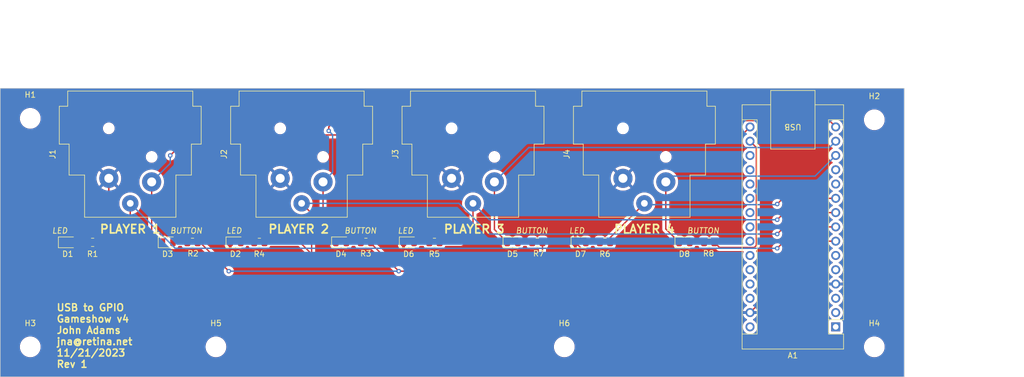
<source format=kicad_pcb>
(kicad_pcb (version 20221018) (generator pcbnew)
  (layers (0 "F.Cu" signal) (31 "B.Cu" signal) (34 "B.Paste" user) (35 "F.Paste" user) (36 "B.SilkS" user "B.Silkscreen") (37 "F.SilkS" user "F.Silkscreen") (38 "B.Mask" user) (39 "F.Mask" user) (44 "Edge.Cuts" user))
  (net 0 "")
  (net 4 "GND")
  (net 7 "P1_LED")
  (net 8 "P2_LED")
  (net 9 "P3_LED")
  (net 10 "P4_LED")
  (net 17 "+3V3")
  (net 19 "P1_SW")
  (net 20 "P2_SW")
  (net 21 "P3_SW")
  (net 22 "P4_SW")
  (net 30 "Net-(D1-A)")
  (net 31 "Net-(D2-A)")
  (net 32 "Net-(D3-A)")
  (net 33 "Net-(D4-A)")
  (net 34 "Net-(D5-A)")
  (net 35 "Net-(D6-A)")
  (net 36 "Net-(D7-A)")
  (net 37 "Net-(D8-A)")
  (footprint "Resistor_SMD:R_0805_2012Metric" (layer "F.Cu") (at 195.6835 81.235 180)
    (fp_text reference "R8" (at 0.115 -1.994) (layer "F.SilkS"))
    (fp_text value "68")
    (fp_line (start -0.227064 -0.735) (end 0.227064 -0.735) (stroke (width 0.12)) (layer "F.SilkS"))
    (fp_line (start -0.227064 0.735) (end 0.227064 0.735) (stroke (width 0.12)) (layer "F.SilkS"))
    (pad "1" smd roundrect (at -0.9125 0 180) (size 1.025 1.4) (layers "F.Cu" "F.Paste" "F.Mask") (roundrect_rratio 0.243902439) (net 17 "+3V3"))
    (pad "2" smd roundrect (at 0.9125 0 180) (size 1.025 1.4) (layers "F.Cu" "F.Paste" "F.Mask") (roundrect_rratio 0.243902439) (net 37 "Net-(D8-A)"))
  )
  (footprint "MountingHole:MountingHole_3.2mm_M3" (layer "F.Cu") (at 225.044 99.822)
    (fp_text reference "H4" (at 0 -4.2) (layer "F.SilkS"))
    (fp_text value "MountingHole")
    (pad "" np_thru_hole circle (at 0 0) (size 3.2 3.2) (drill 3.2) (layers "*.Cu" "*.Mask"))
  )
  (footprint "LED_SMD:LED_0805_2012Metric" (layer "F.Cu") (at 130.21 81.235)
    (fp_text reference "D4" (at -0.0115 2.077) (layer "F.SilkS"))
    (fp_text value "LED")
    (fp_line (start -1.685 -0.96) (end -1.685 0.96) (stroke (width 0.12)) (layer "F.SilkS"))
    (fp_line (start -1.685 0.96) (end 1 0.96) (stroke (width 0.12)) (layer "F.SilkS"))
    (fp_line (start 1 -0.96) (end -1.685 -0.96) (stroke (width 0.12)) (layer "F.SilkS"))
    (pad "1" smd roundrect (at -0.9375 0) (size 0.975 1.4) (layers "F.Cu" "F.Paste" "F.Mask") (net 20 "P2_SW"))
    (pad "2" smd roundrect (at 0.9375 0) (size 0.975 1.4) (layers "F.Cu" "F.Paste" "F.Mask") (net 33 "Net-(D4-A)"))
  )
  (footprint "LED_SMD:LED_0805_2012Metric" (layer "F.Cu") (at 191.2735 81.235)
    (fp_text reference "D8" (at -0.0115 2.077) (layer "F.SilkS"))
    (fp_text value "LED")
    (fp_line (start -1.685 -0.96) (end -1.685 0.96) (stroke (width 0.12)) (layer "F.SilkS"))
    (fp_line (start -1.685 0.96) (end 1 0.96) (stroke (width 0.12)) (layer "F.SilkS"))
    (fp_line (start 1 -0.96) (end -1.685 -0.96) (stroke (width 0.12)) (layer "F.SilkS"))
    (pad "1" smd roundrect (at -0.9375 0) (size 0.975 1.4) (layers "F.Cu" "F.Paste" "F.Mask") (net 22 "P4_SW"))
    (pad "2" smd roundrect (at 0.9375 0) (size 0.975 1.4) (layers "F.Cu" "F.Paste" "F.Mask") (net 37 "Net-(D8-A)"))
  )
  (footprint "Module:Arduino_Nano" (layer "F.Cu") (at 218.176 96.266 180)
    (fp_text reference "A1" (at 7.62 -5.08) (layer "F.SilkS"))
    (fp_text value "Arduino_Nano_v3.x")
    (fp_text user "USB" (at 7.62 35.56 180 unlocked) (layer "F.SilkS"))
    (fp_line (start -1.4 -3.94) (end -1.4 -1.27) (stroke (width 0.12)) (layer "F.SilkS"))
    (fp_line (start -1.4 1.27) (end -1.4 39.5) (stroke (width 0.12)) (layer "F.SilkS"))
    (fp_line (start -1.4 39.5) (end 3.68 39.5) (stroke (width 0.12)) (layer "F.SilkS"))
    (fp_line (start 1.27 -1.27) (end -1.4 -1.27) (stroke (width 0.12)) (layer "F.SilkS"))
    (fp_line (start 1.27 1.27) (end -1.4 1.27) (stroke (width 0.12)) (layer "F.SilkS"))
    (fp_line (start 1.27 1.27) (end 1.27 -1.27) (stroke (width 0.12)) (layer "F.SilkS"))
    (fp_line (start 1.27 1.27) (end 1.27 36.83) (stroke (width 0.12)) (layer "F.SilkS"))
    (fp_line (start 1.27 36.83) (end -1.4 36.83) (stroke (width 0.12)) (layer "F.SilkS"))
    (fp_line (start 3.68 31.62) (end 11.56 31.62) (stroke (width 0.12)) (layer "F.SilkS"))
    (fp_line (start 3.68 42.04) (end 3.68 31.62) (stroke (width 0.12)) (layer "F.SilkS"))
    (fp_line (start 11.56 31.62) (end 11.56 42.04) (stroke (width 0.12)) (layer "F.SilkS"))
    (fp_line (start 11.56 42.04) (end 3.68 42.04) (stroke (width 0.12)) (layer "F.SilkS"))
    (fp_line (start 13.97 -1.27) (end 13.97 36.83) (stroke (width 0.12)) (layer "F.SilkS"))
    (fp_line (start 13.97 -1.27) (end 16.64 -1.27) (stroke (width 0.12)) (layer "F.SilkS"))
    (fp_line (start 13.97 36.83) (end 16.64 36.83) (stroke (width 0.12)) (layer "F.SilkS"))
    (fp_line (start 16.64 -3.94) (end -1.4 -3.94) (stroke (width 0.12)) (layer "F.SilkS"))
    (fp_line (start 16.64 39.5) (end 11.56 39.5) (stroke (width 0.12)) (layer "F.SilkS"))
    (fp_line (start 16.64 39.5) (end 16.64 -3.94) (stroke (width 0.12)) (layer "F.SilkS"))
    (pad "1" thru_hole rect (at 0 0 180) (size 1.6 1.6) (drill 1) (layers "*.Cu" "*.Mask"))
    (pad "2" thru_hole oval (at 0 2.54 180) (size 1.6 1.6) (drill 1) (layers "*.Cu" "*.Mask"))
    (pad "3" thru_hole oval (at 0 5.08 180) (size 1.6 1.6) (drill 1) (layers "*.Cu" "*.Mask"))
    (pad "4" thru_hole oval (at 0 7.62 180) (size 1.6 1.6) (drill 1) (layers "*.Cu" "*.Mask") (net 4 "GND"))
    (pad "5" thru_hole oval (at 0 10.16 180) (size 1.6 1.6) (drill 1) (layers "*.Cu" "*.Mask"))
    (pad "6" thru_hole oval (at 0 12.7 180) (size 1.6 1.6) (drill 1) (layers "*.Cu" "*.Mask"))
    (pad "7" thru_hole oval (at 0 15.24 180) (size 1.6 1.6) (drill 1) (layers "*.Cu" "*.Mask") (net 7 "P1_LED"))
    (pad "8" thru_hole oval (at 0 17.78 180) (size 1.6 1.6) (drill 1) (layers "*.Cu" "*.Mask") (net 8 "P2_LED"))
    (pad "9" thru_hole oval (at 0 20.32 180) (size 1.6 1.6) (drill 1) (layers "*.Cu" "*.Mask") (net 9 "P3_LED"))
    (pad "10" thru_hole oval (at 0 22.86 180) (size 1.6 1.6) (drill 1) (layers "*.Cu" "*.Mask") (net 10 "P4_LED"))
    (pad "11" thru_hole oval (at 0 25.4 180) (size 1.6 1.6) (drill 1) (layers "*.Cu" "*.Mask"))
    (pad "12" thru_hole oval (at 0 27.94 180) (size 1.6 1.6) (drill 1) (layers "*.Cu" "*.Mask"))
    (pad "13" thru_hole oval (at 0 30.48 180) (size 1.6 1.6) (drill 1) (layers "*.Cu" "*.Mask") (net 22 "P4_SW"))
    (pad "14" thru_hole oval (at 0 33.02 180) (size 1.6 1.6) (drill 1) (layers "*.Cu" "*.Mask") (net 21 "P3_SW"))
    (pad "15" thru_hole oval (at 0 35.56 180) (size 1.6 1.6) (drill 1) (layers "*.Cu" "*.Mask") (net 20 "P2_SW"))
    (pad "16" thru_hole oval (at 15.24 35.56 180) (size 1.6 1.6) (drill 1) (layers "*.Cu" "*.Mask") (net 19 "P1_SW"))
    (pad "17" thru_hole oval (at 15.24 33.02 180) (size 1.6 1.6) (drill 1) (layers "*.Cu" "*.Mask") (net 17 "+3V3"))
    (pad "18" thru_hole oval (at 15.24 30.48 180) (size 1.6 1.6) (drill 1) (layers "*.Cu" "*.Mask"))
    (pad "19" thru_hole oval (at 15.24 27.94 180) (size 1.6 1.6) (drill 1) (layers "*.Cu" "*.Mask"))
    (pad "20" thru_hole oval (at 15.24 25.4 180) (size 1.6 1.6) (drill 1) (layers "*.Cu" "*.Mask"))
    (pad "21" thru_hole oval (at 15.24 22.86 180) (size 1.6 1.6) (drill 1) (layers "*.Cu" "*.Mask"))
    (pad "22" thru_hole oval (at 15.24 20.32 180) (size 1.6 1.6) (drill 1) (layers "*.Cu" "*.Mask"))
    (pad "23" thru_hole oval (at 15.24 17.78 180) (size 1.6 1.6) (drill 1) (layers "*.Cu" "*.Mask"))
    (pad "24" thru_hole oval (at 15.24 15.24 180) (size 1.6 1.6) (drill 1) (layers "*.Cu" "*.Mask"))
    (pad "25" thru_hole oval (at 15.24 12.7 180) (size 1.6 1.6) (drill 1) (layers "*.Cu" "*.Mask"))
    (pad "26" thru_hole oval (at 15.24 10.16 180) (size 1.6 1.6) (drill 1) (layers "*.Cu" "*.Mask"))
    (pad "27" thru_hole oval (at 15.24 7.62 180) (size 1.6 1.6) (drill 1) (layers "*.Cu" "*.Mask"))
    (pad "28" thru_hole oval (at 15.24 5.08 180) (size 1.6 1.6) (drill 1) (layers "*.Cu" "*.Mask"))
    (pad "29" thru_hole oval (at 15.24 2.54 180) (size 1.6 1.6) (drill 1) (layers "*.Cu" "*.Mask") (net 4 "GND"))
    (pad "30" thru_hole oval (at 15.24 0 180) (size 1.6 1.6) (drill 1) (layers "*.Cu" "*.Mask"))
  )
  (footprint "Connector_Audio:Jack_XLR_Neutrik_NC3FAAH_Horizontal" (layer "F.Cu") (at 149.86 69.85 90)
    (fp_text reference "J3" (at 4.3 -10 90) (layer "F.SilkS"))
    (fp_text value "NC3FAAH")
    (fp_line (start -6.92 -4.31) (end -6.92 11.93) (stroke (width 0.12)) (layer "F.SilkS"))
    (fp_line (start 0.58 -7.06) (end 0.58 -4.31) (stroke (width 0.12)) (layer "F.SilkS"))
    (fp_line (start 0.58 -4.31) (end -6.92 -4.31) (stroke (width 0.12)) (layer "F.SilkS"))
    (fp_line (start 0.58 11.93) (end -6.92 11.93) (stroke (width 0.12)) (layer "F.SilkS"))
    (fp_line (start 0.58 11.93) (end 0.58 14.68) (stroke (width 0.12)) (layer "F.SilkS"))
    (fp_line (start 6.08 -7.06) (end 0.58 -7.06) (stroke (width 0.12)) (layer "F.SilkS"))
    (fp_line (start 6.08 -7.06) (end 6.08 -8.81) (stroke (width 0.12)) (layer "F.SilkS"))
    (fp_line (start 6.08 14.68) (end 0.58 14.68) (stroke (width 0.12)) (layer "F.SilkS"))
    (fp_line (start 6.08 16.43) (end 6.08 14.68) (stroke (width 0.12)) (layer "F.SilkS"))
    (fp_line (start 12.82 -8.81) (end 6.08 -8.81) (stroke (width 0.12)) (layer "F.SilkS"))
    (fp_line (start 12.82 -8.81) (end 12.82 -7.31) (stroke (width 0.12)) (layer "F.SilkS"))
    (fp_line (start 12.82 -7.31) (end 15.52 -7.31) (stroke (width 0.12)) (layer "F.SilkS"))
    (fp_line (start 12.82 14.93) (end 12.82 16.43) (stroke (width 0.12)) (layer "F.SilkS"))
    (fp_line (start 12.82 14.93) (end 15.52 14.93) (stroke (width 0.12)) (layer "F.SilkS"))
    (fp_line (start 12.82 16.43) (end 6.08 16.43) (stroke (width 0.12)) (layer "F.SilkS"))
    (fp_line (start 15.52 -7.31) (end 15.52 14.93) (stroke (width 0.12)) (layer "F.SilkS"))
    (pad "" np_thru_hole circle (at 3.81 7.62 90) (size 1.6 1.6) (drill 1.6) (layers "*.Cu" "*.Mask"))
    (pad "" np_thru_hole circle (at 8.89 0 90) (size 1.6 1.6) (drill 1.6) (layers "*.Cu" "*.Mask"))
    (pad "1" thru_hole circle (at 0 0 90) (size 3.4 3.4) (drill 1.6) (layers "*.Cu" "*.Mask") (net 4 "GND"))
    (pad "2" thru_hole circle (at -0.635 7.62 90) (size 3.4 3.4) (drill 1.6) (layers "*.Cu" "*.Mask") (net 21 "P3_SW"))
    (pad "3" thru_hole circle (at -4.45 3.81 90) (size 2.9 2.9) (drill 1.2) (layers "*.Cu" "*.Mask") (net 9 "P3_LED"))
  )
  (footprint "MountingHole:MountingHole_3.2mm_M3" (layer "F.Cu") (at 107.95 99.822)
    (fp_text reference "H5" (at 0 -4.2) (layer "F.SilkS"))
    (fp_text value "MountingHole")
    (pad "" np_thru_hole circle (at 0 0) (size 3.2 3.2) (drill 3.2) (layers "*.Cu" "*.Mask"))
  )
  (footprint "LED_SMD:LED_0805_2012Metric" (layer "F.Cu") (at 142.2515 81.235)
    (fp_text reference "D6" (at -0.0115 2.077) (layer "F.SilkS"))
    (fp_text value "LED")
    (fp_line (start -1.685 -0.96) (end -1.685 0.96) (stroke (width 0.12)) (layer "F.SilkS"))
    (fp_line (start -1.685 0.96) (end 1 0.96) (stroke (width 0.12)) (layer "F.SilkS"))
    (fp_line (start 1 -0.96) (end -1.685 -0.96) (stroke (width 0.12)) (layer "F.SilkS"))
    (pad "1" smd roundrect (at -0.9375 0) (size 0.975 1.4) (layers "F.Cu" "F.Paste" "F.Mask") (net 4 "GND"))
    (pad "2" smd roundrect (at 0.9375 0) (size 0.975 1.4) (layers "F.Cu" "F.Paste" "F.Mask") (net 35 "Net-(D6-A)"))
  )
  (footprint "Resistor_SMD:R_0805_2012Metric" (layer "F.Cu") (at 115.6735 81.235)
    (fp_text reference "R4" (at -0.0115 2.077) (layer "F.SilkS"))
    (fp_text value "68")
    (fp_line (start -0.227064 -0.735) (end 0.227064 -0.735) (stroke (width 0.12)) (layer "F.SilkS"))
    (fp_line (start -0.227064 0.735) (end 0.227064 0.735) (stroke (width 0.12)) (layer "F.SilkS"))
    (pad "1" smd roundrect (at -0.9125 0) (size 1.025 1.4) (layers "F.Cu" "F.Paste" "F.Mask") (roundrect_rratio 0.243902439) (net 31 "Net-(D2-A)"))
    (pad "2" smd roundrect (at 0.9125 0) (size 1.025 1.4) (layers "F.Cu" "F.Paste" "F.Mask") (roundrect_rratio 0.243902439) (net 8 "P2_LED"))
  )
  (footprint "Resistor_SMD:R_0805_2012Metric" (layer "F.Cu") (at 146.812 81.235)
    (fp_text reference "R5" (at -0.0115 2.077) (layer "F.SilkS"))
    (fp_text value "68")
    (fp_line (start -0.227064 -0.735) (end 0.227064 -0.735) (stroke (width 0.12)) (layer "F.SilkS"))
    (fp_line (start -0.227064 0.735) (end 0.227064 0.735) (stroke (width 0.12)) (layer "F.SilkS"))
    (pad "1" smd roundrect (at -0.9125 0) (size 1.025 1.4) (layers "F.Cu" "F.Paste" "F.Mask") (roundrect_rratio 0.243902439) (net 35 "Net-(D6-A)"))
    (pad "2" smd roundrect (at 0.9125 0) (size 1.025 1.4) (layers "F.Cu" "F.Paste" "F.Mask") (roundrect_rratio 0.243902439) (net 9 "P3_LED"))
  )
  (footprint "LED_SMD:LED_0805_2012Metric" (layer "F.Cu") (at 111.4275 81.235)
    (fp_text reference "D2" (at -0.0115 2.077) (layer "F.SilkS"))
    (fp_text value "LED")
    (fp_line (start -1.685 -0.96) (end -1.685 0.96) (stroke (width 0.12)) (layer "F.SilkS"))
    (fp_line (start -1.685 0.96) (end 1 0.96) (stroke (width 0.12)) (layer "F.SilkS"))
    (fp_line (start 1 -0.96) (end -1.685 -0.96) (stroke (width 0.12)) (layer "F.SilkS"))
    (pad "1" smd roundrect (at -0.9375 0) (size 0.975 1.4) (layers "F.Cu" "F.Paste" "F.Mask") (net 4 "GND"))
    (pad "2" smd roundrect (at 0.9375 0) (size 0.975 1.4) (layers "F.Cu" "F.Paste" "F.Mask") (net 31 "Net-(D2-A)"))
  )
  (footprint "Resistor_SMD:R_0805_2012Metric" (layer "F.Cu") (at 103.7825 81.235 180)
    (fp_text reference "R2" (at -0.092 -1.994) (layer "F.SilkS"))
    (fp_text value "68")
    (fp_line (start -0.227064 -0.735) (end 0.227064 -0.735) (stroke (width 0.12)) (layer "F.SilkS"))
    (fp_line (start -0.227064 0.735) (end 0.227064 0.735) (stroke (width 0.12)) (layer "F.SilkS"))
    (pad "1" smd roundrect (at -0.9125 0 180) (size 1.025 1.4) (layers "F.Cu" "F.Paste" "F.Mask") (roundrect_rratio 0.243902439) (net 17 "+3V3"))
    (pad "2" smd roundrect (at 0.9125 0 180) (size 1.025 1.4) (layers "F.Cu" "F.Paste" "F.Mask") (roundrect_rratio 0.243902439) (net 32 "Net-(D3-A)"))
  )
  (footprint "Resistor_SMD:R_0805_2012Metric" (layer "F.Cu") (at 177.1415 81.235)
    (fp_text reference "R6" (at -0.0115 2.077) (layer "F.SilkS"))
    (fp_text value "68")
    (fp_line (start -0.227064 -0.735) (end 0.227064 -0.735) (stroke (width 0.12)) (layer "F.SilkS"))
    (fp_line (start -0.227064 0.735) (end 0.227064 0.735) (stroke (width 0.12)) (layer "F.SilkS"))
    (pad "1" smd roundrect (at -0.9125 0) (size 1.025 1.4) (layers "F.Cu" "F.Paste" "F.Mask") (roundrect_rratio 0.243902439) (net 36 "Net-(D7-A)"))
    (pad "2" smd roundrect (at 0.9125 0) (size 1.025 1.4) (layers "F.Cu" "F.Paste" "F.Mask") (roundrect_rratio 0.243902439) (net 10 "P4_LED"))
  )
  (footprint "Connector_Audio:Jack_XLR_Neutrik_NC3FAAH_Horizontal" (layer "F.Cu") (at 88.9 69.85 90)
    (fp_text reference "J1" (at 4.3 -10 90) (layer "F.SilkS"))
    (fp_text value "NC3FAAH")
    (fp_line (start -6.92 -4.31) (end -6.92 11.93) (stroke (width 0.12)) (layer "F.SilkS"))
    (fp_line (start 0.58 -7.06) (end 0.58 -4.31) (stroke (width 0.12)) (layer "F.SilkS"))
    (fp_line (start 0.58 -4.31) (end -6.92 -4.31) (stroke (width 0.12)) (layer "F.SilkS"))
    (fp_line (start 0.58 11.93) (end -6.92 11.93) (stroke (width 0.12)) (layer "F.SilkS"))
    (fp_line (start 0.58 11.93) (end 0.58 14.68) (stroke (width 0.12)) (layer "F.SilkS"))
    (fp_line (start 6.08 -7.06) (end 0.58 -7.06) (stroke (width 0.12)) (layer "F.SilkS"))
    (fp_line (start 6.08 -7.06) (end 6.08 -8.81) (stroke (width 0.12)) (layer "F.SilkS"))
    (fp_line (start 6.08 14.68) (end 0.58 14.68) (stroke (width 0.12)) (layer "F.SilkS"))
    (fp_line (start 6.08 16.43) (end 6.08 14.68) (stroke (width 0.12)) (layer "F.SilkS"))
    (fp_line (start 12.82 -8.81) (end 6.08 -8.81) (stroke (width 0.12)) (layer "F.SilkS"))
    (fp_line (start 12.82 -8.81) (end 12.82 -7.31) (stroke (width 0.12)) (layer "F.SilkS"))
    (fp_line (start 12.82 -7.31) (end 15.52 -7.31) (stroke (width 0.12)) (layer "F.SilkS"))
    (fp_line (start 12.82 14.93) (end 12.82 16.43) (stroke (width 0.12)) (layer "F.SilkS"))
    (fp_line (start 12.82 14.93) (end 15.52 14.93) (stroke (width 0.12)) (layer "F.SilkS"))
    (fp_line (start 12.82 16.43) (end 6.08 16.43) (stroke (width 0.12)) (layer "F.SilkS"))
    (fp_line (start 15.52 -7.31) (end 15.52 14.93) (stroke (width 0.12)) (layer "F.SilkS"))
    (pad "" np_thru_hole circle (at 3.81 7.62 90) (size 1.6 1.6) (drill 1.6) (layers "*.Cu" "*.Mask"))
    (pad "" np_thru_hole circle (at 8.89 0 90) (size 1.6 1.6) (drill 1.6) (layers "*.Cu" "*.Mask"))
    (pad "1" thru_hole circle (at 0 0 90) (size 3.4 3.4) (drill 1.6) (layers "*.Cu" "*.Mask") (net 4 "GND"))
    (pad "2" thru_hole circle (at -0.635 7.62 90) (size 3.4 3.4) (drill 1.6) (layers "*.Cu" "*.Mask") (net 19 "P1_SW"))
    (pad "3" thru_hole circle (at -4.45 3.81 90) (size 2.9 2.9) (drill 1.2) (layers "*.Cu" "*.Mask") (net 7 "P1_LED"))
  )
  (footprint "MountingHole:MountingHole_3.2mm_M3" (layer "F.Cu") (at 74.93 99.822)
    (fp_text reference "H3" (at 0 -4.2) (layer "F.SilkS"))
    (fp_text value "MountingHole")
    (pad "" np_thru_hole circle (at 0 0) (size 3.2 3.2) (drill 3.2) (layers "*.Cu" "*.Mask"))
  )
  (footprint "LED_SMD:LED_0805_2012Metric" (layer "F.Cu") (at 99.3725 81.235)
    (fp_text reference "D3" (at -0.0115 2.077) (layer "F.SilkS"))
    (fp_text value "LED")
    (fp_line (start -1.685 -0.96) (end -1.685 0.96) (stroke (width 0.12)) (layer "F.SilkS"))
    (fp_line (start -1.685 0.96) (end 1 0.96) (stroke (width 0.12)) (layer "F.SilkS"))
    (fp_line (start 1 -0.96) (end -1.685 -0.96) (stroke (width 0.12)) (layer "F.SilkS"))
    (pad "1" smd roundrect (at -0.9375 0) (size 0.975 1.4) (layers "F.Cu" "F.Paste" "F.Mask") (net 19 "P1_SW"))
    (pad "2" smd roundrect (at 0.9375 0) (size 0.975 1.4) (layers "F.Cu" "F.Paste" "F.Mask") (net 32 "Net-(D3-A)"))
  )
  (footprint "LED_SMD:LED_0805_2012Metric" (layer "F.Cu") (at 81.6125 81.235)
    (fp_text reference "D1" (at -0.0115 2.077) (layer "F.SilkS"))
    (fp_text value "LED")
    (fp_line (start -1.685 -0.96) (end -1.685 0.96) (stroke (width 0.12)) (layer "F.SilkS"))
    (fp_line (start -1.685 0.96) (end 1 0.96) (stroke (width 0.12)) (layer "F.SilkS"))
    (fp_line (start 1 -0.96) (end -1.685 -0.96) (stroke (width 0.12)) (layer "F.SilkS"))
    (pad "1" smd roundrect (at -0.9375 0) (size 0.975 1.4) (layers "F.Cu" "F.Paste" "F.Mask") (net 4 "GND"))
    (pad "2" smd roundrect (at 0.9375 0) (size 0.975 1.4) (layers "F.Cu" "F.Paste" "F.Mask") (net 30 "Net-(D1-A)"))
  )
  (footprint "Resistor_SMD:R_0805_2012Metric" (layer "F.Cu") (at 165.1135 81.235 180)
    (fp_text reference "R7" (at -0.229 -1.994) (layer "F.SilkS"))
    (fp_text value "68")
    (fp_line (start -0.227064 -0.735) (end 0.227064 -0.735) (stroke (width 0.12)) (layer "F.SilkS"))
    (fp_line (start -0.227064 0.735) (end 0.227064 0.735) (stroke (width 0.12)) (layer "F.SilkS"))
    (pad "1" smd roundrect (at -0.9125 0 180) (size 1.025 1.4) (layers "F.Cu" "F.Paste" "F.Mask") (roundrect_rratio 0.243902439) (net 17 "+3V3"))
    (pad "2" smd roundrect (at 0.9125 0 180) (size 1.025 1.4) (layers "F.Cu" "F.Paste" "F.Mask") (roundrect_rratio 0.243902439) (net 34 "Net-(D5-A)"))
  )
  (footprint "Connector_Audio:Jack_XLR_Neutrik_NC3FAAH_Horizontal" (layer "F.Cu") (at 180.34 69.85 90)
    (fp_text reference "J4" (at 4.3 -10 90) (layer "F.SilkS"))
    (fp_text value "NC3FAAH")
    (fp_line (start -6.92 -4.31) (end -6.92 11.93) (stroke (width 0.12)) (layer "F.SilkS"))
    (fp_line (start 0.58 -7.06) (end 0.58 -4.31) (stroke (width 0.12)) (layer "F.SilkS"))
    (fp_line (start 0.58 -4.31) (end -6.92 -4.31) (stroke (width 0.12)) (layer "F.SilkS"))
    (fp_line (start 0.58 11.93) (end -6.92 11.93) (stroke (width 0.12)) (layer "F.SilkS"))
    (fp_line (start 0.58 11.93) (end 0.58 14.68) (stroke (width 0.12)) (layer "F.SilkS"))
    (fp_line (start 6.08 -7.06) (end 0.58 -7.06) (stroke (width 0.12)) (layer "F.SilkS"))
    (fp_line (start 6.08 -7.06) (end 6.08 -8.81) (stroke (width 0.12)) (layer "F.SilkS"))
    (fp_line (start 6.08 14.68) (end 0.58 14.68) (stroke (width 0.12)) (layer "F.SilkS"))
    (fp_line (start 6.08 16.43) (end 6.08 14.68) (stroke (width 0.12)) (layer "F.SilkS"))
    (fp_line (start 12.82 -8.81) (end 6.08 -8.81) (stroke (width 0.12)) (layer "F.SilkS"))
    (fp_line (start 12.82 -8.81) (end 12.82 -7.31) (stroke (width 0.12)) (layer "F.SilkS"))
    (fp_line (start 12.82 -7.31) (end 15.52 -7.31) (stroke (width 0.12)) (layer "F.SilkS"))
    (fp_line (start 12.82 14.93) (end 12.82 16.43) (stroke (width 0.12)) (layer "F.SilkS"))
    (fp_line (start 12.82 14.93) (end 15.52 14.93) (stroke (width 0.12)) (layer "F.SilkS"))
    (fp_line (start 12.82 16.43) (end 6.08 16.43) (stroke (width 0.12)) (layer "F.SilkS"))
    (fp_line (start 15.52 -7.31) (end 15.52 14.93) (stroke (width 0.12)) (layer "F.SilkS"))
    (pad "" np_thru_hole circle (at 3.81 7.62 90) (size 1.6 1.6) (drill 1.6) (layers "*.Cu" "*.Mask"))
    (pad "" np_thru_hole circle (at 8.89 0 90) (size 1.6 1.6) (drill 1.6) (layers "*.Cu" "*.Mask"))
    (pad "1" thru_hole circle (at 0 0 90) (size 3.4 3.4) (drill 1.6) (layers "*.Cu" "*.Mask") (net 4 "GND"))
    (pad "2" thru_hole circle (at -0.635 7.62 90) (size 3.4 3.4) (drill 1.6) (layers "*.Cu" "*.Mask") (net 22 "P4_SW"))
    (pad "3" thru_hole circle (at -4.45 3.81 90) (size 2.9 2.9) (drill 1.2) (layers "*.Cu" "*.Mask") (net 10 "P4_LED"))
  )
  (footprint "MountingHole:MountingHole_3.2mm_M3" (layer "F.Cu") (at 74.93 59.182)
    (fp_text reference "H1" (at 0 -4.2) (layer "F.SilkS"))
    (fp_text value "MountingHole")
    (pad "" np_thru_hole circle (at 0 0) (size 3.2 3.2) (drill 3.2) (layers "*.Cu" "*.Mask"))
  )
  (footprint "MountingHole:MountingHole_3.2mm_M3" (layer "F.Cu") (at 225.044 59.436)
    (fp_text reference "H2" (at 0 -4.2) (layer "F.SilkS"))
    (fp_text value "MountingHole")
    (pad "" np_thru_hole circle (at 0 0) (size 3.2 3.2) (drill 3.2) (layers "*.Cu" "*.Mask"))
  )
  (footprint "Resistor_SMD:R_0805_2012Metric" (layer "F.Cu") (at 86.0225 81.235)
    (fp_text reference "R1" (at -0.0115 2.077) (layer "F.SilkS"))
    (fp_text value "68")
    (fp_line (start -0.227064 -0.735) (end 0.227064 -0.735) (stroke (width 0.12)) (layer "F.SilkS"))
    (fp_line (start -0.227064 0.735) (end 0.227064 0.735) (stroke (width 0.12)) (layer "F.SilkS"))
    (pad "1" smd roundrect (at -0.9125 0) (size 1.025 1.4) (layers "F.Cu" "F.Paste" "F.Mask") (roundrect_rratio 0.243902439) (net 30 "Net-(D1-A)"))
    (pad "2" smd roundrect (at 0.9125 0) (size 1.025 1.4) (layers "F.Cu" "F.Paste" "F.Mask") (roundrect_rratio 0.243902439) (net 7 "P1_LED"))
  )
  (footprint "LED_SMD:LED_0805_2012Metric" (layer "F.Cu") (at 172.7985 81.235)
    (fp_text reference "D7" (at -0.0115 2.077) (layer "F.SilkS"))
    (fp_text value "LED")
    (fp_line (start -1.685 -0.96) (end -1.685 0.96) (stroke (width 0.12)) (layer "F.SilkS"))
    (fp_line (start -1.685 0.96) (end 1 0.96) (stroke (width 0.12)) (layer "F.SilkS"))
    (fp_line (start 1 -0.96) (end -1.685 -0.96) (stroke (width 0.12)) (layer "F.SilkS"))
    (pad "1" smd roundrect (at -0.9375 0) (size 0.975 1.4) (layers "F.Cu" "F.Paste" "F.Mask") (net 4 "GND"))
    (pad "2" smd roundrect (at 0.9375 0) (size 0.975 1.4) (layers "F.Cu" "F.Paste" "F.Mask") (net 36 "Net-(D7-A)"))
  )
  (footprint "Resistor_SMD:R_0805_2012Metric" (layer "F.Cu") (at 134.62 81.235 180)
    (fp_text reference "R3" (at 0.0115 -1.994) (layer "F.SilkS"))
    (fp_text value "68")
    (fp_line (start -0.227064 -0.735) (end 0.227064 -0.735) (stroke (width 0.12)) (layer "F.SilkS"))
    (fp_line (start -0.227064 0.735) (end 0.227064 0.735) (stroke (width 0.12)) (layer "F.SilkS"))
    (pad "1" smd roundrect (at -0.9125 0 180) (size 1.025 1.4) (layers "F.Cu" "F.Paste" "F.Mask") (roundrect_rratio 0.243902439) (net 17 "+3V3"))
    (pad "2" smd roundrect (at 0.9125 0 180) (size 1.025 1.4) (layers "F.Cu" "F.Paste" "F.Mask") (roundrect_rratio 0.243902439) (net 33 "Net-(D4-A)"))
  )
  (footprint "Connector_Audio:Jack_XLR_Neutrik_NC3FAAH_Horizontal" (layer "F.Cu") (at 119.38 69.85 90)
    (fp_text reference "J2" (at 4.3 -10 90) (layer "F.SilkS"))
    (fp_text value "NC3FAAH")
    (fp_line (start -6.92 -4.31) (end -6.92 11.93) (stroke (width 0.12)) (layer "F.SilkS"))
    (fp_line (start 0.58 -7.06) (end 0.58 -4.31) (stroke (width 0.12)) (layer "F.SilkS"))
    (fp_line (start 0.58 -4.31) (end -6.92 -4.31) (stroke (width 0.12)) (layer "F.SilkS"))
    (fp_line (start 0.58 11.93) (end -6.92 11.93) (stroke (width 0.12)) (layer "F.SilkS"))
    (fp_line (start 0.58 11.93) (end 0.58 14.68) (stroke (width 0.12)) (layer "F.SilkS"))
    (fp_line (start 6.08 -7.06) (end 0.58 -7.06) (stroke (width 0.12)) (layer "F.SilkS"))
    (fp_line (start 6.08 -7.06) (end 6.08 -8.81) (stroke (width 0.12)) (layer "F.SilkS"))
    (fp_line (start 6.08 14.68) (end 0.58 14.68) (stroke (width 0.12)) (layer "F.SilkS"))
    (fp_line (start 6.08 16.43) (end 6.08 14.68) (stroke (width 0.12)) (layer "F.SilkS"))
    (fp_line (start 12.82 -8.81) (end 6.08 -8.81) (stroke (width 0.12)) (layer "F.SilkS"))
    (fp_line (start 12.82 -8.81) (end 12.82 -7.31) (stroke (width 0.12)) (layer "F.SilkS"))
    (fp_line (start 12.82 -7.31) (end 15.52 -7.31) (stroke (width 0.12)) (layer "F.SilkS"))
    (fp_line (start 12.82 14.93) (end 12.82 16.43) (stroke (width 0.12)) (layer "F.SilkS"))
    (fp_line (start 12.82 14.93) (end 15.52 14.93) (stroke (width 0.12)) (layer "F.SilkS"))
    (fp_line (start 12.82 16.43) (end 6.08 16.43) (stroke (width 0.12)) (layer "F.SilkS"))
    (fp_line (start 15.52 -7.31) (end 15.52 14.93) (stroke (width 0.12)) (layer "F.SilkS"))
    (pad "" np_thru_hole circle (at 3.81 7.62 90) (size 1.6 1.6) (drill 1.6) (layers "*.Cu" "*.Mask"))
    (pad "" np_thru_hole circle (at 8.89 0 90) (size 1.6 1.6) (drill 1.6) (layers "*.Cu" "*.Mask"))
    (pad "1" thru_hole circle (at 0 0 90) (size 3.4 3.4) (drill 1.6) (layers "*.Cu" "*.Mask") (net 4 "GND"))
    (pad "2" thru_hole circle (at -0.635 7.62 90) (size 3.4 3.4) (drill 1.6) (layers "*.Cu" "*.Mask") (net 20 "P2_SW"))
    (pad "3" thru_hole circle (at -4.45 3.81 90) (size 2.9 2.9) (drill 1.2) (layers "*.Cu" "*.Mask") (net 8 "P2_LED"))
  )
  (footprint "MountingHole:MountingHole_3.2mm_M3" (layer "F.Cu") (at 169.91 99.822)
    (fp_text reference "H6" (at 0 -4.2) (layer "F.SilkS"))
    (fp_text value "MountingHole")
    (pad "" np_thru_hole circle (at 0 0) (size 3.2 3.2) (drill 3.2) (layers "*.Cu" "*.Mask"))
  )
  (footprint "LED_SMD:LED_0805_2012Metric" (layer "F.Cu") (at 160.7035 81.235)
    (fp_text reference "D5" (at -0.0115 2.077) (layer "F.SilkS"))
    (fp_text value "LED")
    (fp_line (start -1.685 -0.96) (end -1.685 0.96) (stroke (width 0.12)) (layer "F.SilkS"))
    (fp_line (start -1.685 0.96) (end 1 0.96) (stroke (width 0.12)) (layer "F.SilkS"))
    (fp_line (start 1 -0.96) (end -1.685 -0.96) (stroke (width 0.12)) (layer "F.SilkS"))
    (pad "1" smd roundrect (at -0.9375 0) (size 0.975 1.4) (layers "F.Cu" "F.Paste" "F.Mask") (net 21 "P3_SW"))
    (pad "2" smd roundrect (at 0.9375 0) (size 0.975 1.4) (layers "F.Cu" "F.Paste" "F.Mask") (net 34 "Net-(D5-A)"))
  )
  (gr_rect (start 69.596 53.848) (end 230.378 105.156) (stroke (width 0.1)) (fill none) (layer "Edge.Cuts"))
  (gr_text "LED                        BUTTON\n" (at 170.688 79.75) (layer "F.SilkS") (effects (font (size 1 1) (thickness 0.15) italic) (justify left bottom)))
  (gr_text "PLAYER 4" (at 184.15 79.756) (layer "F.SilkS") (effects (font (size 1.5 1.5) (thickness 0.3) bold) (justify bottom)))
  (gr_text "PLAYER 1" (at 92.71 79.756) (layer "F.SilkS") (effects (font (size 1.5 1.5) (thickness 0.3) bold) (justify bottom)))
  (gr_text "PLAYER 2" (at 122.682 79.756) (layer "F.SilkS") (effects (font (size 1.5 1.5) (thickness 0.3) bold) (justify bottom)))
  (gr_text "USB to GPIO\nGameshow v4\nJohn Adams\njna@retina.net\n11/21/2023\nRev 1" (at 79.502 103.632) (layer "F.SilkS") (effects (font (size 1.25 1.25) (thickness 0.25) bold) (justify left bottom)))
  (gr_text "PLAYER 3" (at 148.336 79.756) (layer "F.SilkS") (effects (font (size 1.5 1.5) (thickness 0.3) bold) (justify left bottom)))
  (gr_text "LED                        BUTTON\n" (at 140.208 79.75) (layer "F.SilkS") (effects (font (size 1 1) (thickness 0.15) italic) (justify left bottom)))
  (gr_text "LED                        BUTTON\n" (at 78.74 79.75) (layer "F.SilkS") (effects (font (size 1 1) (thickness 0.15) italic) (justify left bottom)))
  (gr_text "LED                        BUTTON\n" (at 109.728 79.75) (layer "F.SilkS") (effects (font (size 1 1) (thickness 0.15) italic) (justify left bottom)))
  (segment (start 171.861 78.329) (end 171.861 81.235) (width 0.25) (layer "F.Cu") (net 4))
  (segment (start 121.354 67.876) (end 119.38 69.85) (width 0.25) (layer "F.Cu") (net 4))
  (segment (start 149.86 69.85) (end 141.314 78.396) (width 0.25) (layer "F.Cu") (net 4))
  (segment (start 171.861 81.235) (end 184.352 93.726) (width 0.25) (layer "F.Cu") (net 4))
  (segment (start 178.64 68.15) (end 151.56 68.15) (width 0.25) (layer "F.Cu") (net 4))
  (segment (start 130.794 67.876) (end 121.354 67.876) (width 0.25) (layer "F.Cu") (net 4))
  (segment (start 119.38 69.85) (end 117.68 68.15) (width 0.25) (layer "F.Cu") (net 4))
  (segment (start 141.314 78.396) (end 141.314 81.235) (width 0.25) (layer "F.Cu") (net 4))
  (segment (start 88.9 69.85) (end 88.9 73.01) (width 0.25) (layer "F.Cu") (net 4))
  (segment (start 180.34 69.85) (end 171.861 78.329) (width 0.25) (layer "F.Cu") (net 4))
  (segment (start 110.49 78.74) (end 110.49 80.518) (width 0.25) (layer "F.Cu") (net 4))
  (segment (start 180.34 69.85) (end 178.64 68.15) (width 0.25) (layer "F.Cu") (net 4))
  (segment (start 184.352 93.726) (end 202.936 93.726) (width 0.25) (layer "F.Cu") (net 4))
  (segment (start 90.6 68.15) (end 88.9 69.85) (width 0.25) (layer "F.Cu") (net 4))
  (segment (start 119.38 69.85) (end 110.49 78.74) (width 0.25) (layer "F.Cu") (net 4))
  (segment (start 208.016 88.646) (end 202.936 93.726) (width 0.25) (layer "F.Cu") (net 4))
  (segment (start 151.56 68.15) (end 149.86 69.85) (width 0.25) (layer "F.Cu") (net 4))
  (segment (start 117.68 68.15) (end 90.6 68.15) (width 0.25) (layer "F.Cu") (net 4))
  (segment (start 88.9 73.01) (end 80.675 81.235) (width 0.25) (layer "F.Cu") (net 4))
  (segment (start 218.176 88.646) (end 208.016 88.646) (width 0.25) (layer "F.Cu") (net 4))
  (segment (start 141.314 78.396) (end 130.794 67.876) (width 0.25) (layer "F.Cu") (net 4))
  (segment (start 218.176 81.026) (end 209.042 81.026) (width 0.25) (layer "F.Cu") (net 7))
  (segment (start 92.71 74.3) (end 92.71 78.486) (width 0.25) (layer "F.Cu") (net 7))
  (segment (start 89.916 81.28) (end 89.871 81.235) (width 0.25) (layer "F.Cu") (net 7))
  (segment (start 89.871 81.235) (end 86.935 81.235) (width 0.25) (layer "F.Cu") (net 7))
  (segment (start 209.042 81.026) (end 207.772 82.296) (width 0.25) (layer "F.Cu") (net 7))
  (segment (start 92.71 78.486) (end 89.916 81.28) (width 0.25) (layer "F.Cu") (net 7))
  (via (at 207.772 82.296) (size 0.8) (drill 0.4) (layers "F.Cu" "B.Cu") (net 7))
  (segment (start 207.772 82.296) (end 100.706 82.296) (width 0.25) (layer "B.Cu") (net 7))
  (segment (start 100.706 82.296) (end 92.71 74.3) (width 0.25) (layer "B.Cu") (net 7))
  (segment (start 123.19 74.3) (end 124.968 76.078) (width 0.25) (layer "F.Cu") (net 8))
  (segment (start 124.968 76.078) (end 124.968 83.312) (width 0.25) (layer "F.Cu") (net 8))
  (segment (start 218.176 78.486) (end 209.042 78.486) (width 0.25) (layer "F.Cu") (net 8))
  (segment (start 209.042 78.486) (end 207.772 79.756) (width 0.25) (layer "F.Cu") (net 8))
  (segment (start 122.891 81.235) (end 116.586 81.235) (width 0.25) (layer "F.Cu") (net 8))
  (segment (start 124.968 83.312) (end 122.891 81.235) (width 0.25) (layer "F.Cu") (net 8))
  (via (at 207.772 79.756) (size 0.8) (drill 0.4) (layers "F.Cu" "B.Cu") (net 8))
  (segment (start 151.15977 74.3) (end 123.19 74.3) (width 0.25) (layer "B.Cu") (net 8))
  (segment (start 156.61577 79.756) (end 151.15977 74.3) (width 0.25) (layer "B.Cu") (net 8))
  (segment (start 207.772 79.756) (end 156.61577 79.756) (width 0.25) (layer "B.Cu") (net 8))
  (segment (start 218.176 75.946) (end 209.042 75.946) (width 0.25) (layer "F.Cu") (net 9))
  (segment (start 209.042 75.946) (end 207.772 77.216) (width 0.25) (layer "F.Cu") (net 9))
  (segment (start 153.67 78.994) (end 153.67 74.3) (width 0.25) (layer "F.Cu") (net 9))
  (segment (start 151.429 81.235) (end 153.67 78.994) (width 0.25) (layer "F.Cu") (net 9))
  (segment (start 147.7245 81.235) (end 151.429 81.235) (width 0.25) (layer "F.Cu") (net 9))
  (via (at 207.772 77.216) (size 0.8) (drill 0.4) (layers "F.Cu" "B.Cu") (net 9))
  (segment (start 207.772 77.216) (end 156.586 77.216) (width 0.25) (layer "B.Cu") (net 9))
  (segment (start 156.586 77.216) (end 153.67 74.3) (width 0.25) (layer "B.Cu") (net 9))
  (segment (start 178.054 80.396) (end 178.054 81.235) (width 0.25) (layer "F.Cu") (net 10))
  (segment (start 218.176 73.406) (end 208.788 73.406) (width 0.25) (layer "F.Cu") (net 10))
  (segment (start 208.788 73.406) (end 207.772 74.422) (width 0.25) (layer "F.Cu") (net 10))
  (segment (start 184.15 74.3) (end 178.054 80.396) (width 0.25) (layer "F.Cu") (net 10))
  (via (at 207.772 74.422) (size 0.8) (drill 0.4) (layers "F.Cu" "B.Cu") (net 10))
  (segment (start 207.772 74.422) (end 207.663 74.531) (width 0.25) (layer "B.Cu") (net 10))
  (segment (start 184.381 74.531) (end 184.15 74.3) (width 0.25) (layer "B.Cu") (net 10))
  (segment (start 207.663 74.531) (end 184.381 74.531) (width 0.25) (layer "B.Cu") (net 10))
  (segment (start 204.061 64.371) (end 204.061 81.781991) (width 0.25) (layer "F.Cu") (net 17))
  (segment (start 135.5325 81.4305) (end 140.462 86.36) (width 0.25) (layer "F.Cu") (net 17))
  (segment (start 104.695 81.235) (end 105.111 81.235) (width 0.25) (layer "F.Cu") (net 17))
  (segment (start 135.5325 81.235) (end 135.5325 81.4305) (width 0.25) (layer "F.Cu") (net 17))
  (segment (start 164.084 86.36) (end 166.026 84.418) (width 0.25) (layer "F.Cu") (net 17))
  (segment (start 105.111 81.235) (end 110.236 86.36) (width 0.25) (layer "F.Cu") (net 17))
  (segment (start 166.026 84.418) (end 166.026 81.235) (width 0.25) (layer "F.Cu") (net 17))
  (segment (start 203.691991 82.151) (end 197.512 82.151) (width 0.25) (layer "F.Cu") (net 17))
  (segment (start 202.936 63.246) (end 204.061 64.371) (width 0.25) (layer "F.Cu") (net 17))
  (segment (start 140.462 86.36) (end 164.084 86.36) (width 0.25) (layer "F.Cu") (net 17))
  (segment (start 197.512 82.151) (end 196.596 81.235) (width 0.25) (layer "F.Cu") (net 17))
  (segment (start 204.061 81.781991) (end 203.691991 82.151) (width 0.25) (layer "F.Cu") (net 17))
  (via (at 140.462 86.36) (size 0.8) (drill 0.4) (layers "F.Cu" "B.Cu") (net 17))
  (via (at 110.236 86.36) (size 0.8) (drill 0.4) (layers "F.Cu" "B.Cu") (net 17))
  (segment (start 110.236 86.36) (end 140.462 86.36) (width 0.25) (layer "B.Cu") (net 17))
  (segment (start 96.52 70.485) (end 96.52 79.32) (width 0.25) (layer "F.Cu") (net 19))
  (segment (start 103.473 62.135) (end 99.822 65.786) (width 0.25) (layer "F.Cu") (net 19))
  (segment (start 202.936 60.706) (end 201.507 62.135) (width 0.25) (layer "F.Cu") (net 19))
  (segment (start 201.507 62.135) (end 103.473 62.135) (width 0.25) (layer "F.Cu") (net 19))
  (segment (start 96.52 79.32) (end 98.435 81.235) (width 0.25) (layer "F.Cu") (net 19))
  (via (at 99.822 65.786) (size 0.8) (drill 0.4) (layers "F.Cu" "B.Cu") (net 19))
  (segment (start 99.822 67.183) (end 96.52 70.485) (width 0.25) (layer "B.Cu") (net 19))
  (segment (start 99.822 65.786) (end 99.822 67.183) (width 0.25) (layer "B.Cu") (net 19))
  (segment (start 129.141 59.581) (end 129.032 59.69) (width 0.25) (layer "F.Cu") (net 20))
  (segment (start 129.032 59.69) (end 128.016 60.706) (width 0.25) (layer "F.Cu") (net 20))
  (segment (start 127 78.9625) (end 129.2725 81.235) (width 0.25) (layer "F.Cu") (net 20))
  (segment (start 218.176 60.706) (end 217.051 59.581) (width 0.25) (layer "F.Cu") (net 20))
  (segment (start 127 70.485) (end 127 78.9625) (width 0.25) (layer "F.Cu") (net 20))
  (segment (start 217.051 59.581) (end 129.141 59.581) (width 0.25) (layer "F.Cu") (net 20))
  (segment (start 128.016 60.706) (end 128.016 61.4105) (width 0.25) (layer "F.Cu") (net 20))
  (via (at 128.016 61.4105) (size 0.8) (drill 0.4) (layers "F.Cu" "B.Cu") (net 20))
  (segment (start 128.016 61.4105) (end 128.7 62.0945) (width 0.25) (layer "B.Cu") (net 20))
  (segment (start 128.7 62.0945) (end 128.7 68.785) (width 0.25) (layer "B.Cu") (net 20))
  (segment (start 128.7 68.785) (end 127 70.485) (width 0.25) (layer "B.Cu") (net 20))
  (segment (start 157.48 70.485) (end 157.48 78.949) (width 0.25) (layer "F.Cu") (net 21))
  (segment (start 157.48 78.949) (end 159.766 81.235) (width 0.25) (layer "F.Cu") (net 21))
  (segment (start 218.176 63.246) (end 217.051 64.371) (width 0.25) (layer "B.Cu") (net 21))
  (segment (start 217.051 64.371) (end 163.594 64.371) (width 0.25) (layer "B.Cu") (net 21))
  (segment (start 163.594 64.371) (end 157.48 70.485) (width 0.25) (layer "B.Cu") (net 21))
  (segment (start 187.96 78.859) (end 190.336 81.235) (width 0.25) (layer "F.Cu") (net 22))
  (segment (start 187.96 70.485) (end 187.96 78.859) (width 0.25) (layer "F.Cu") (net 22))
  (segment (start 218.176 65.786) (end 214.511 69.451) (width 0.25) (layer "B.Cu") (net 22))
  (segment (start 214.511 69.451) (end 188.994 69.451) (width 0.25) (layer "B.Cu") (net 22))
  (segment (start 188.994 69.451) (end 187.96 70.485) (width 0.25) (layer "B.Cu") (net 22))
  (segment (start 85.065 81.28) (end 85.11 81.235) (width 0.25) (layer "F.Cu") (net 30))
  (segment (start 82.55 81.28) (end 85.065 81.28) (width 0.25) (layer "F.Cu") (net 30))
  (segment (start 112.365 81.235) (end 114.761 81.235) (width 0.25) (layer "F.Cu") (net 31))
  (segment (start 100.31 81.235) (end 102.87 81.235) (width 0.25) (layer "F.Cu") (net 32))
  (segment (start 131.1475 81.235) (end 133.7075 81.235) (width 0.25) (layer "F.Cu") (net 33))
  (segment (start 161.641 81.235) (end 164.201 81.235) (width 0.25) (layer "F.Cu") (net 34))
  (segment (start 143.189 81.235) (end 145.8995 81.235) (width 0.25) (layer "F.Cu") (net 35))
  (segment (start 173.736 81.235) (end 176.229 81.235) (width 0.25) (layer "F.Cu") (net 36))
  (segment (start 194.771 81.235) (end 192.211 81.235) (width 0.25) (layer "F.Cu") (net 37))
  (zone (net 4) (net_name "GND") (layer "F.Cu") (connect_pads (clearance 0.5)) (min_thickness 0.25) (fill yes (thermal_gap 0.5) (thermal_bridge_width 0.5))
    (polygon (pts (xy 69.596 53.848) (xy 230.378 53.848) (xy 230.378 105.156) (xy 69.596 105.156)))
  )
  (zone (net 4) (net_name "GND") (layer "B.Cu") (connect_pads (clearance 0.5)) (min_thickness 0.25) (fill yes (thermal_gap 0.5) (thermal_bridge_width 0.5))
    (polygon (pts (xy 69.596 53.848) (xy 230.378 53.848) (xy 230.378 105.156) (xy 69.596 105.156)))
  )
)
</source>
